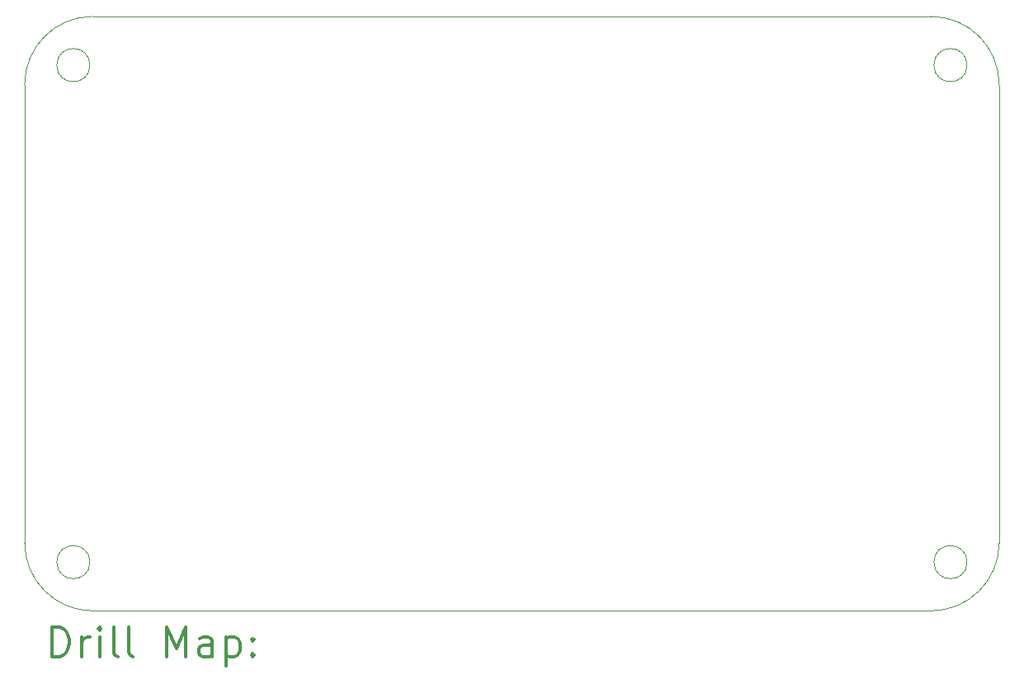
<source format=gbr>
%FSLAX45Y45*%
G04 Gerber Fmt 4.5, Leading zero omitted, Abs format (unit mm)*
G04 Created by KiCad (PCBNEW (5.1.10)-1) date 2021-08-26 17:45:14*
%MOMM*%
%LPD*%
G01*
G04 APERTURE LIST*
%TA.AperFunction,Profile*%
%ADD10C,0.050000*%
%TD*%
%ADD11C,0.200000*%
%ADD12C,0.300000*%
G04 APERTURE END LIST*
D10*
X19768000Y-12502000D02*
X19768000Y-12202000D01*
X18768000Y-13202000D02*
X19068000Y-13202000D01*
X19768000Y-12502000D02*
G75*
G02*
X19068000Y-13202000I-700000J0D01*
G01*
X19068000Y-7102000D02*
X18768000Y-7102000D01*
X19768000Y-7802000D02*
X19768000Y-8102000D01*
X19068000Y-7102000D02*
G75*
G02*
X19768000Y-7802000I0J-700000D01*
G01*
X10468000Y-13202000D02*
X10768000Y-13202000D01*
X9768000Y-12502000D02*
X9768000Y-12202000D01*
X10468000Y-13202000D02*
G75*
G02*
X9768000Y-12502000I0J700000D01*
G01*
X10468000Y-7102000D02*
X10768000Y-7102000D01*
X9768000Y-8102000D02*
X9768000Y-7802000D01*
X9768000Y-7802000D02*
G75*
G02*
X10468000Y-7102000I700000J0D01*
G01*
X19438000Y-7602000D02*
G75*
G03*
X19438000Y-7602000I-170000J0D01*
G01*
X19438000Y-12702000D02*
G75*
G03*
X19438000Y-12702000I-170000J0D01*
G01*
X10438000Y-12702000D02*
G75*
G03*
X10438000Y-12702000I-170000J0D01*
G01*
X10438000Y-7602000D02*
G75*
G03*
X10438000Y-7602000I-170000J0D01*
G01*
X10768000Y-13202000D02*
X18768000Y-13202000D01*
X9768000Y-12202000D02*
X9768000Y-8102000D01*
X19768000Y-8102000D02*
X19768000Y-12202000D01*
X10768000Y-7102000D02*
X18768000Y-7102000D01*
D11*
D12*
X10051928Y-13670214D02*
X10051928Y-13370214D01*
X10123357Y-13370214D01*
X10166214Y-13384500D01*
X10194786Y-13413071D01*
X10209071Y-13441643D01*
X10223357Y-13498786D01*
X10223357Y-13541643D01*
X10209071Y-13598786D01*
X10194786Y-13627357D01*
X10166214Y-13655929D01*
X10123357Y-13670214D01*
X10051928Y-13670214D01*
X10351928Y-13670214D02*
X10351928Y-13470214D01*
X10351928Y-13527357D02*
X10366214Y-13498786D01*
X10380500Y-13484500D01*
X10409071Y-13470214D01*
X10437643Y-13470214D01*
X10537643Y-13670214D02*
X10537643Y-13470214D01*
X10537643Y-13370214D02*
X10523357Y-13384500D01*
X10537643Y-13398786D01*
X10551928Y-13384500D01*
X10537643Y-13370214D01*
X10537643Y-13398786D01*
X10723357Y-13670214D02*
X10694786Y-13655929D01*
X10680500Y-13627357D01*
X10680500Y-13370214D01*
X10880500Y-13670214D02*
X10851928Y-13655929D01*
X10837643Y-13627357D01*
X10837643Y-13370214D01*
X11223357Y-13670214D02*
X11223357Y-13370214D01*
X11323357Y-13584500D01*
X11423357Y-13370214D01*
X11423357Y-13670214D01*
X11694786Y-13670214D02*
X11694786Y-13513071D01*
X11680500Y-13484500D01*
X11651928Y-13470214D01*
X11594786Y-13470214D01*
X11566214Y-13484500D01*
X11694786Y-13655929D02*
X11666214Y-13670214D01*
X11594786Y-13670214D01*
X11566214Y-13655929D01*
X11551928Y-13627357D01*
X11551928Y-13598786D01*
X11566214Y-13570214D01*
X11594786Y-13555929D01*
X11666214Y-13555929D01*
X11694786Y-13541643D01*
X11837643Y-13470214D02*
X11837643Y-13770214D01*
X11837643Y-13484500D02*
X11866214Y-13470214D01*
X11923357Y-13470214D01*
X11951928Y-13484500D01*
X11966214Y-13498786D01*
X11980500Y-13527357D01*
X11980500Y-13613071D01*
X11966214Y-13641643D01*
X11951928Y-13655929D01*
X11923357Y-13670214D01*
X11866214Y-13670214D01*
X11837643Y-13655929D01*
X12109071Y-13641643D02*
X12123357Y-13655929D01*
X12109071Y-13670214D01*
X12094786Y-13655929D01*
X12109071Y-13641643D01*
X12109071Y-13670214D01*
X12109071Y-13484500D02*
X12123357Y-13498786D01*
X12109071Y-13513071D01*
X12094786Y-13498786D01*
X12109071Y-13484500D01*
X12109071Y-13513071D01*
M02*

</source>
